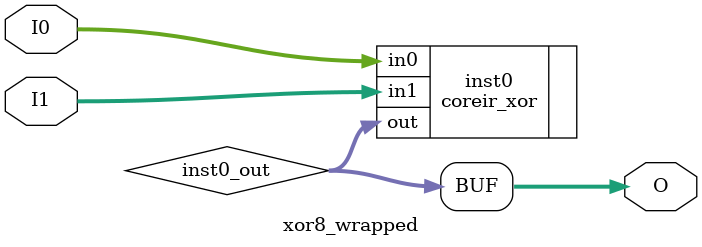
<source format=v>
module xor8_wrapped (input [7:0] I0, input [7:0] I1, output [7:0] O);
wire [7:0] inst0_out;
coreir_xor inst0 (.in0(I0), .in1(I1), .out(inst0_out));
assign O = inst0_out;
endmodule


</source>
